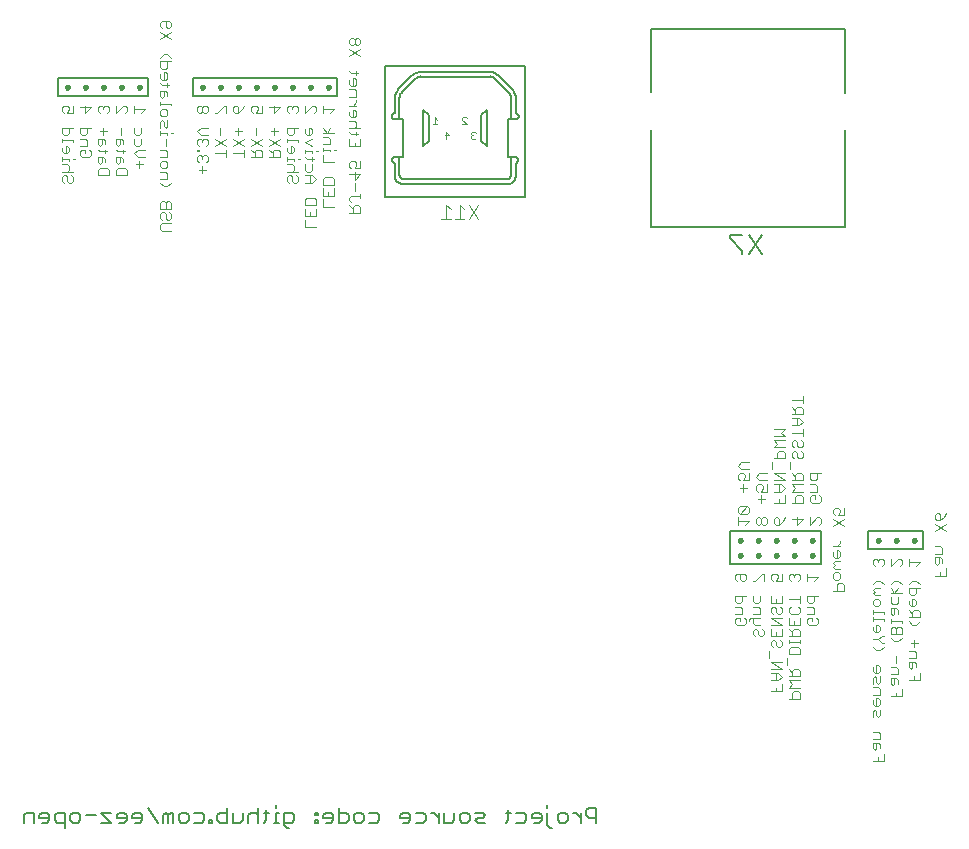
<source format=gbo>
G75*
G70*
%OFA0B0*%
%FSLAX24Y24*%
%IPPOS*%
%LPD*%
%AMOC8*
5,1,8,0,0,1.08239X$1,22.5*
%
%ADD10C,0.0040*%
%ADD11C,0.0100*%
%ADD12C,0.0060*%
%ADD13C,0.0070*%
%ADD14C,0.0080*%
%ADD15C,0.0020*%
D10*
X063313Y012088D02*
X063313Y012209D01*
X063373Y012269D01*
X063493Y012269D01*
X063493Y012149D01*
X063613Y012269D02*
X063673Y012209D01*
X063673Y012088D01*
X063613Y012028D01*
X063373Y012028D01*
X063313Y012088D01*
X063313Y012397D02*
X063553Y012397D01*
X063553Y012577D01*
X063493Y012637D01*
X063313Y012637D01*
X063373Y012765D02*
X063493Y012765D01*
X063553Y012825D01*
X063553Y013005D01*
X063673Y013005D02*
X063313Y013005D01*
X063313Y012825D01*
X063373Y012765D01*
X063913Y012825D02*
X063913Y013005D01*
X063913Y012825D02*
X063973Y012765D01*
X064093Y012765D01*
X064153Y012825D01*
X064153Y013005D01*
X064513Y013005D02*
X064513Y012765D01*
X064873Y012765D01*
X064873Y013005D01*
X064693Y012885D02*
X064693Y012765D01*
X064633Y012637D02*
X064573Y012637D01*
X064513Y012577D01*
X064513Y012457D01*
X064573Y012397D01*
X064693Y012457D02*
X064753Y012397D01*
X064813Y012397D01*
X064873Y012457D01*
X064873Y012577D01*
X064813Y012637D01*
X064693Y012577D02*
X064633Y012637D01*
X064693Y012577D02*
X064693Y012457D01*
X064513Y012269D02*
X064873Y012269D01*
X065113Y012269D02*
X065113Y012028D01*
X065473Y012028D01*
X065473Y012269D01*
X065413Y012397D02*
X065173Y012397D01*
X065113Y012457D01*
X065113Y012577D01*
X065173Y012637D01*
X065413Y012637D02*
X065473Y012577D01*
X065473Y012457D01*
X065413Y012397D01*
X065293Y012149D02*
X065293Y012028D01*
X065293Y011900D02*
X065233Y011840D01*
X065233Y011660D01*
X065113Y011660D02*
X065473Y011660D01*
X065473Y011840D01*
X065413Y011900D01*
X065293Y011900D01*
X065233Y011780D02*
X065113Y011900D01*
X064873Y011900D02*
X064873Y011660D01*
X064513Y011660D01*
X064513Y011900D01*
X064513Y012028D02*
X064873Y012028D01*
X064513Y012269D01*
X064153Y012269D02*
X063853Y012269D01*
X063793Y012209D01*
X063793Y012149D01*
X063913Y012088D02*
X063913Y012269D01*
X063913Y012397D02*
X064153Y012397D01*
X064153Y012577D01*
X064093Y012637D01*
X063913Y012637D01*
X063913Y012088D02*
X063973Y012028D01*
X064153Y012028D01*
X064213Y011900D02*
X064273Y011840D01*
X064273Y011720D01*
X064213Y011660D01*
X064153Y011660D01*
X064093Y011720D01*
X064093Y011840D01*
X064033Y011900D01*
X063973Y011900D01*
X063913Y011840D01*
X063913Y011720D01*
X063973Y011660D01*
X064513Y011472D02*
X064513Y011352D01*
X064573Y011292D01*
X064693Y011352D02*
X064693Y011472D01*
X064633Y011532D01*
X064573Y011532D01*
X064513Y011472D01*
X064693Y011352D02*
X064753Y011292D01*
X064813Y011292D01*
X064873Y011352D01*
X064873Y011472D01*
X064813Y011532D01*
X064693Y011660D02*
X064693Y011780D01*
X065113Y011535D02*
X065113Y011415D01*
X065113Y011475D02*
X065473Y011475D01*
X065473Y011415D02*
X065473Y011535D01*
X065413Y011286D02*
X065473Y011226D01*
X065473Y011046D01*
X065113Y011046D01*
X065113Y011226D01*
X065173Y011286D01*
X065413Y011286D01*
X065053Y010918D02*
X065053Y010678D01*
X065113Y010550D02*
X065233Y010430D01*
X065233Y010490D02*
X065233Y010310D01*
X065113Y010310D02*
X065473Y010310D01*
X065473Y010490D01*
X065413Y010550D01*
X065293Y010550D01*
X065233Y010490D01*
X065113Y010182D02*
X065473Y010182D01*
X065473Y009941D02*
X065113Y009941D01*
X065233Y010061D01*
X065113Y010182D01*
X064873Y010059D02*
X064873Y009819D01*
X064513Y009819D01*
X064693Y009819D02*
X064693Y009939D01*
X064693Y010187D02*
X064693Y010427D01*
X064753Y010427D02*
X064513Y010427D01*
X064513Y010555D02*
X064873Y010555D01*
X064513Y010795D01*
X064873Y010795D01*
X064753Y010427D02*
X064873Y010307D01*
X064753Y010187D01*
X064513Y010187D01*
X065233Y009753D02*
X065233Y009573D01*
X065113Y009573D02*
X065473Y009573D01*
X065473Y009753D01*
X065413Y009813D01*
X065293Y009813D01*
X065233Y009753D01*
X067913Y009705D02*
X068153Y009705D01*
X068153Y009885D01*
X068093Y009945D01*
X067913Y009945D01*
X067913Y010073D02*
X067913Y010253D01*
X067973Y010313D01*
X068033Y010253D01*
X068033Y010133D01*
X068093Y010073D01*
X068153Y010133D01*
X068153Y010313D01*
X068093Y010441D02*
X067973Y010441D01*
X067913Y010501D01*
X067913Y010621D01*
X068033Y010682D02*
X068033Y010441D01*
X068093Y010441D02*
X068153Y010501D01*
X068153Y010621D01*
X068093Y010682D01*
X068033Y010682D01*
X068513Y010620D02*
X068693Y010620D01*
X068753Y010560D01*
X068753Y010380D01*
X068513Y010380D01*
X068513Y010252D02*
X068513Y010072D01*
X068573Y010012D01*
X068633Y010072D01*
X068633Y010252D01*
X068693Y010252D02*
X068513Y010252D01*
X068693Y010252D02*
X068753Y010192D01*
X068753Y010072D01*
X068873Y009883D02*
X068873Y009643D01*
X068513Y009643D01*
X068693Y009643D02*
X068693Y009763D01*
X068153Y009517D02*
X068093Y009577D01*
X068033Y009577D01*
X068033Y009336D01*
X067973Y009336D02*
X068093Y009336D01*
X068153Y009396D01*
X068153Y009517D01*
X067913Y009517D02*
X067913Y009396D01*
X067973Y009336D01*
X067973Y009208D02*
X068033Y009148D01*
X068033Y009028D01*
X068093Y008968D01*
X068153Y009028D01*
X068153Y009208D01*
X067973Y009208D02*
X067913Y009148D01*
X067913Y008968D01*
X067913Y008472D02*
X068093Y008472D01*
X068153Y008412D01*
X068153Y008231D01*
X067913Y008231D01*
X067913Y008103D02*
X067913Y007923D01*
X067973Y007863D01*
X068033Y007923D01*
X068033Y008103D01*
X068093Y008103D02*
X067913Y008103D01*
X068093Y008103D02*
X068153Y008043D01*
X068153Y007923D01*
X068273Y007735D02*
X068273Y007495D01*
X067913Y007495D01*
X068093Y007495D02*
X068093Y007615D01*
X069113Y010196D02*
X069473Y010196D01*
X069473Y010436D01*
X069293Y010316D02*
X069293Y010196D01*
X069173Y010564D02*
X069233Y010624D01*
X069233Y010804D01*
X069293Y010804D02*
X069113Y010804D01*
X069113Y010624D01*
X069173Y010564D01*
X069353Y010624D02*
X069353Y010744D01*
X069293Y010804D01*
X069353Y010932D02*
X069353Y011113D01*
X069293Y011173D01*
X069113Y011173D01*
X069293Y011301D02*
X069293Y011541D01*
X069413Y011421D02*
X069173Y011421D01*
X068873Y011605D02*
X068753Y011485D01*
X068633Y011485D01*
X068513Y011605D01*
X068513Y011730D02*
X068513Y011911D01*
X068573Y011971D01*
X068633Y011971D01*
X068693Y011911D01*
X068693Y011730D01*
X068513Y011730D02*
X068873Y011730D01*
X068873Y011911D01*
X068813Y011971D01*
X068753Y011971D01*
X068693Y011911D01*
X068513Y012099D02*
X068513Y012219D01*
X068513Y012159D02*
X068873Y012159D01*
X068873Y012099D01*
X069113Y012157D02*
X069233Y012037D01*
X069353Y012037D01*
X069473Y012157D01*
X069473Y012283D02*
X069473Y012463D01*
X069413Y012523D01*
X069293Y012523D01*
X069233Y012463D01*
X069233Y012283D01*
X069113Y012283D02*
X069473Y012283D01*
X069233Y012403D02*
X069113Y012523D01*
X069173Y012651D02*
X069293Y012651D01*
X069353Y012711D01*
X069353Y012831D01*
X069293Y012891D01*
X069233Y012891D01*
X069233Y012651D01*
X069173Y012651D02*
X069113Y012711D01*
X069113Y012831D01*
X069173Y013020D02*
X069293Y013020D01*
X069353Y013080D01*
X069353Y013260D01*
X069473Y013260D02*
X069113Y013260D01*
X069113Y013080D01*
X069173Y013020D01*
X068873Y013081D02*
X068513Y013081D01*
X068633Y013081D02*
X068753Y013261D01*
X068873Y013388D02*
X068753Y013508D01*
X068633Y013508D01*
X068513Y013388D01*
X068513Y013261D02*
X068633Y013081D01*
X068513Y012953D02*
X068513Y012773D01*
X068573Y012713D01*
X068693Y012713D01*
X068753Y012773D01*
X068753Y012953D01*
X068693Y012584D02*
X068513Y012584D01*
X068513Y012404D01*
X068573Y012344D01*
X068633Y012404D01*
X068633Y012584D01*
X068693Y012584D02*
X068753Y012524D01*
X068753Y012404D01*
X068273Y012406D02*
X068273Y012466D01*
X067913Y012466D01*
X067913Y012406D02*
X067913Y012526D01*
X067973Y012651D02*
X067913Y012711D01*
X067913Y012831D01*
X067973Y012891D01*
X068093Y012891D01*
X068153Y012831D01*
X068153Y012711D01*
X068093Y012651D01*
X067973Y012651D01*
X067973Y013020D02*
X067913Y013080D01*
X067973Y013140D01*
X067913Y013200D01*
X067973Y013260D01*
X068153Y013260D01*
X068273Y013388D02*
X068153Y013508D01*
X068033Y013508D01*
X067913Y013388D01*
X067973Y013020D02*
X068153Y013020D01*
X069113Y013388D02*
X069233Y013508D01*
X069353Y013508D01*
X069473Y013388D01*
X069988Y013670D02*
X070348Y013670D01*
X070348Y013910D01*
X070168Y013790D02*
X070168Y013670D01*
X070048Y014038D02*
X070108Y014098D01*
X070108Y014279D01*
X070168Y014279D02*
X069988Y014279D01*
X069988Y014098D01*
X070048Y014038D01*
X070228Y014098D02*
X070228Y014218D01*
X070168Y014279D01*
X070228Y014407D02*
X070228Y014587D01*
X070168Y014647D01*
X069988Y014647D01*
X069988Y014407D02*
X070228Y014407D01*
X069473Y014122D02*
X069113Y014122D01*
X069113Y014002D02*
X069113Y014242D01*
X068873Y014182D02*
X068873Y014062D01*
X068813Y014002D01*
X068873Y014182D02*
X068813Y014242D01*
X068753Y014242D01*
X068513Y014002D01*
X068513Y014242D01*
X068273Y014182D02*
X068213Y014242D01*
X068153Y014242D01*
X068093Y014182D01*
X068033Y014242D01*
X067973Y014242D01*
X067913Y014182D01*
X067913Y014062D01*
X067973Y014002D01*
X068093Y014122D02*
X068093Y014182D01*
X068273Y014182D02*
X068273Y014062D01*
X068213Y014002D01*
X069353Y014002D02*
X069473Y014122D01*
X069988Y015143D02*
X070348Y015383D01*
X070168Y015512D02*
X070168Y015692D01*
X070108Y015752D01*
X070048Y015752D01*
X069988Y015692D01*
X069988Y015572D01*
X070048Y015512D01*
X070168Y015512D01*
X070288Y015632D01*
X070348Y015752D01*
X069988Y015383D02*
X070348Y015143D01*
X066948Y015319D02*
X066588Y015559D01*
X066648Y015687D02*
X066588Y015747D01*
X066588Y015867D01*
X066648Y015927D01*
X066768Y015927D01*
X066828Y015867D01*
X066828Y015807D01*
X066768Y015687D01*
X066948Y015687D01*
X066948Y015927D01*
X066948Y015559D02*
X066588Y015319D01*
X066173Y015430D02*
X066113Y015370D01*
X066173Y015430D02*
X066173Y015550D01*
X066113Y015610D01*
X066053Y015610D01*
X065813Y015370D01*
X065813Y015610D01*
X065573Y015550D02*
X065393Y015370D01*
X065393Y015610D01*
X065213Y015550D02*
X065573Y015550D01*
X065573Y016107D02*
X065573Y016287D01*
X065513Y016347D01*
X065393Y016347D01*
X065333Y016287D01*
X065333Y016107D01*
X065213Y016107D02*
X065573Y016107D01*
X065813Y016167D02*
X065813Y016287D01*
X065873Y016347D01*
X065993Y016347D01*
X065993Y016227D01*
X065873Y016107D02*
X065813Y016167D01*
X065873Y016107D02*
X066113Y016107D01*
X066173Y016167D01*
X066173Y016287D01*
X066113Y016347D01*
X066053Y016475D02*
X066053Y016655D01*
X065993Y016715D01*
X065813Y016715D01*
X065873Y016843D02*
X065993Y016843D01*
X066053Y016903D01*
X066053Y017083D01*
X066173Y017083D02*
X065813Y017083D01*
X065813Y016903D01*
X065873Y016843D01*
X065573Y016843D02*
X065573Y017023D01*
X065513Y017083D01*
X065393Y017083D01*
X065333Y017023D01*
X065333Y016843D01*
X065213Y016843D02*
X065573Y016843D01*
X065573Y016715D02*
X065213Y016715D01*
X065333Y016595D01*
X065213Y016475D01*
X065573Y016475D01*
X065813Y016475D02*
X066053Y016475D01*
X065333Y016963D02*
X065213Y017083D01*
X065153Y017212D02*
X065153Y017452D01*
X065273Y017580D02*
X065213Y017640D01*
X065213Y017760D01*
X065273Y017820D01*
X065333Y017820D01*
X065393Y017760D01*
X065393Y017640D01*
X065453Y017580D01*
X065513Y017580D01*
X065573Y017640D01*
X065573Y017760D01*
X065513Y017820D01*
X065513Y017948D02*
X065453Y017948D01*
X065393Y018008D01*
X065393Y018128D01*
X065333Y018188D01*
X065273Y018188D01*
X065213Y018128D01*
X065213Y018008D01*
X065273Y017948D01*
X065513Y017948D02*
X065573Y018008D01*
X065573Y018128D01*
X065513Y018188D01*
X065573Y018317D02*
X065573Y018557D01*
X065573Y018437D02*
X065213Y018437D01*
X065213Y018685D02*
X065453Y018685D01*
X065573Y018805D01*
X065453Y018925D01*
X065213Y018925D01*
X065213Y019053D02*
X065573Y019053D01*
X065573Y019233D01*
X065513Y019293D01*
X065393Y019293D01*
X065333Y019233D01*
X065333Y019053D01*
X065333Y019173D02*
X065213Y019293D01*
X065213Y019542D02*
X065573Y019542D01*
X065573Y019662D02*
X065573Y019421D01*
X065393Y018925D02*
X065393Y018685D01*
X064973Y018557D02*
X064613Y018557D01*
X064613Y018317D02*
X064973Y018317D01*
X064853Y018437D01*
X064973Y018557D01*
X064973Y018188D02*
X064613Y018188D01*
X064733Y018068D01*
X064613Y017948D01*
X064973Y017948D01*
X064913Y017820D02*
X064793Y017820D01*
X064733Y017760D01*
X064733Y017580D01*
X064613Y017580D02*
X064973Y017580D01*
X064973Y017760D01*
X064913Y017820D01*
X064553Y017452D02*
X064553Y017212D01*
X064613Y017083D02*
X064973Y017083D01*
X064973Y016843D02*
X064613Y017083D01*
X064373Y017083D02*
X064133Y017083D01*
X064013Y016963D01*
X064133Y016843D01*
X064373Y016843D01*
X064373Y016715D02*
X064373Y016475D01*
X064193Y016475D01*
X064253Y016595D01*
X064253Y016655D01*
X064193Y016715D01*
X064073Y016715D01*
X064013Y016655D01*
X064013Y016535D01*
X064073Y016475D01*
X064193Y016347D02*
X064193Y016107D01*
X064313Y016227D02*
X064073Y016227D01*
X063773Y015918D02*
X063713Y015979D01*
X063473Y015738D01*
X063413Y015798D01*
X063413Y015918D01*
X063473Y015979D01*
X063713Y015979D01*
X063773Y015918D02*
X063773Y015798D01*
X063713Y015738D01*
X063473Y015738D01*
X063413Y015610D02*
X063413Y015370D01*
X063413Y015490D02*
X063773Y015490D01*
X063653Y015370D01*
X064013Y015430D02*
X064073Y015370D01*
X064133Y015370D01*
X064193Y015430D01*
X064193Y015550D01*
X064133Y015610D01*
X064073Y015610D01*
X064013Y015550D01*
X064013Y015430D01*
X064193Y015430D02*
X064253Y015370D01*
X064313Y015370D01*
X064373Y015430D01*
X064373Y015550D01*
X064313Y015610D01*
X064253Y015610D01*
X064193Y015550D01*
X064613Y015550D02*
X064673Y015610D01*
X064733Y015610D01*
X064793Y015550D01*
X064793Y015370D01*
X064673Y015370D01*
X064613Y015430D01*
X064613Y015550D01*
X064793Y015370D02*
X064913Y015490D01*
X064973Y015610D01*
X064973Y016107D02*
X064973Y016347D01*
X064853Y016475D02*
X064973Y016595D01*
X064853Y016715D01*
X064613Y016715D01*
X064613Y016843D02*
X064973Y016843D01*
X064793Y016715D02*
X064793Y016475D01*
X064853Y016475D02*
X064613Y016475D01*
X064793Y016227D02*
X064793Y016107D01*
X064613Y016107D02*
X064973Y016107D01*
X063593Y016475D02*
X063593Y016715D01*
X063593Y016843D02*
X063653Y016963D01*
X063653Y017023D01*
X063593Y017083D01*
X063473Y017083D01*
X063413Y017023D01*
X063413Y016903D01*
X063473Y016843D01*
X063593Y016843D02*
X063773Y016843D01*
X063773Y017083D01*
X063773Y017212D02*
X063533Y017212D01*
X063413Y017332D01*
X063533Y017452D01*
X063773Y017452D01*
X063713Y016595D02*
X063473Y016595D01*
X066588Y014643D02*
X066828Y014643D01*
X066708Y014643D02*
X066828Y014763D01*
X066828Y014823D01*
X066768Y014515D02*
X066708Y014515D01*
X066708Y014275D01*
X066648Y014275D02*
X066768Y014275D01*
X066828Y014335D01*
X066828Y014455D01*
X066768Y014515D01*
X066588Y014455D02*
X066588Y014335D01*
X066648Y014275D01*
X066648Y014147D02*
X066828Y014147D01*
X066648Y014147D02*
X066588Y014087D01*
X066648Y014027D01*
X066588Y013967D01*
X066648Y013907D01*
X066828Y013907D01*
X066768Y013779D02*
X066828Y013718D01*
X066828Y013598D01*
X066768Y013538D01*
X066648Y013538D01*
X066588Y013598D01*
X066588Y013718D01*
X066648Y013779D01*
X066768Y013779D01*
X066768Y013410D02*
X066708Y013350D01*
X066708Y013170D01*
X066588Y013170D02*
X066948Y013170D01*
X066948Y013350D01*
X066888Y013410D01*
X066768Y013410D01*
X066073Y013622D02*
X065713Y013622D01*
X065713Y013502D02*
X065713Y013742D01*
X065473Y013682D02*
X065473Y013562D01*
X065413Y013502D01*
X065293Y013622D02*
X065293Y013682D01*
X065233Y013742D01*
X065173Y013742D01*
X065113Y013682D01*
X065113Y013562D01*
X065173Y013502D01*
X065293Y013682D02*
X065353Y013742D01*
X065413Y013742D01*
X065473Y013682D01*
X065953Y013502D02*
X066073Y013622D01*
X066073Y013005D02*
X065713Y013005D01*
X065713Y012825D01*
X065773Y012765D01*
X065893Y012765D01*
X065953Y012825D01*
X065953Y013005D01*
X065893Y012637D02*
X065713Y012637D01*
X065893Y012637D02*
X065953Y012577D01*
X065953Y012397D01*
X065713Y012397D01*
X065773Y012269D02*
X065893Y012269D01*
X065893Y012149D01*
X065773Y012269D02*
X065713Y012209D01*
X065713Y012088D01*
X065773Y012028D01*
X066013Y012028D01*
X066073Y012088D01*
X066073Y012209D01*
X066013Y012269D01*
X065473Y012765D02*
X065473Y013005D01*
X065473Y012885D02*
X065113Y012885D01*
X064873Y013502D02*
X064693Y013502D01*
X064753Y013622D01*
X064753Y013682D01*
X064693Y013742D01*
X064573Y013742D01*
X064513Y013682D01*
X064513Y013562D01*
X064573Y013502D01*
X064273Y013502D02*
X064273Y013742D01*
X064213Y013742D01*
X063973Y013502D01*
X063913Y013502D01*
X063673Y013562D02*
X063613Y013502D01*
X063553Y013502D01*
X063493Y013562D01*
X063493Y013742D01*
X063373Y013742D02*
X063613Y013742D01*
X063673Y013682D01*
X063673Y013562D01*
X063373Y013502D02*
X063313Y013562D01*
X063313Y013682D01*
X063373Y013742D01*
X064873Y013742D02*
X064873Y013502D01*
X067913Y012280D02*
X067913Y012160D01*
X067913Y012220D02*
X068273Y012220D01*
X068273Y012160D01*
X068093Y012032D02*
X068033Y012032D01*
X068033Y011792D01*
X067973Y011792D02*
X068093Y011792D01*
X068153Y011852D01*
X068153Y011972D01*
X068093Y012032D01*
X067913Y011972D02*
X067913Y011852D01*
X067973Y011792D01*
X067913Y011544D02*
X068093Y011544D01*
X068213Y011664D01*
X068273Y011664D01*
X068093Y011544D02*
X068213Y011423D01*
X068273Y011423D01*
X068273Y011298D02*
X068153Y011178D01*
X068033Y011178D01*
X067913Y011298D01*
X068693Y010988D02*
X068693Y010748D01*
X069113Y010932D02*
X069353Y010932D01*
X064453Y010923D02*
X064453Y011164D01*
X044523Y025170D02*
X044223Y025170D01*
X044163Y025230D01*
X044163Y025350D01*
X044223Y025410D01*
X044523Y025410D01*
X044463Y025538D02*
X044403Y025538D01*
X044343Y025598D01*
X044343Y025718D01*
X044283Y025779D01*
X044223Y025779D01*
X044163Y025718D01*
X044163Y025598D01*
X044223Y025538D01*
X044463Y025538D02*
X044523Y025598D01*
X044523Y025718D01*
X044463Y025779D01*
X044523Y025907D02*
X044523Y026087D01*
X044463Y026147D01*
X044403Y026147D01*
X044343Y026087D01*
X044343Y025907D01*
X044343Y026087D02*
X044283Y026147D01*
X044223Y026147D01*
X044163Y026087D01*
X044163Y025907D01*
X044523Y025907D01*
X044403Y026643D02*
X044523Y026763D01*
X044403Y026643D02*
X044283Y026643D01*
X044163Y026763D01*
X044163Y026889D02*
X044403Y026889D01*
X044403Y027069D01*
X044343Y027129D01*
X044163Y027129D01*
X044223Y027257D02*
X044163Y027317D01*
X044163Y027437D01*
X044223Y027497D01*
X044343Y027497D01*
X044403Y027437D01*
X044403Y027317D01*
X044343Y027257D01*
X044223Y027257D01*
X044163Y027625D02*
X044403Y027625D01*
X044403Y027806D01*
X044343Y027866D01*
X044163Y027866D01*
X044343Y027994D02*
X044343Y028234D01*
X044403Y028362D02*
X044403Y028422D01*
X044163Y028422D01*
X044163Y028362D02*
X044163Y028482D01*
X044163Y028608D02*
X044163Y028788D01*
X044223Y028848D01*
X044283Y028788D01*
X044283Y028668D01*
X044343Y028608D01*
X044403Y028668D01*
X044403Y028848D01*
X044343Y028976D02*
X044223Y028976D01*
X044163Y029036D01*
X044163Y029156D01*
X044223Y029216D01*
X044343Y029216D01*
X044403Y029156D01*
X044403Y029036D01*
X044343Y028976D01*
X044163Y029344D02*
X044163Y029464D01*
X044163Y029404D02*
X044523Y029404D01*
X044523Y029344D01*
X044403Y029650D02*
X044403Y029770D01*
X044343Y029830D01*
X044163Y029830D01*
X044163Y029650D01*
X044223Y029590D01*
X044283Y029650D01*
X044283Y029830D01*
X044403Y029958D02*
X044403Y030078D01*
X044463Y030018D02*
X044223Y030018D01*
X044163Y030078D01*
X044223Y030204D02*
X044163Y030264D01*
X044163Y030384D01*
X044283Y030444D02*
X044283Y030204D01*
X044223Y030204D02*
X044343Y030204D01*
X044403Y030264D01*
X044403Y030384D01*
X044343Y030444D01*
X044283Y030444D01*
X044223Y030572D02*
X044343Y030572D01*
X044403Y030632D01*
X044403Y030812D01*
X044523Y030812D02*
X044163Y030812D01*
X044163Y030632D01*
X044223Y030572D01*
X044163Y030940D02*
X044283Y031060D01*
X044403Y031060D01*
X044523Y030940D01*
X044523Y031554D02*
X044163Y031794D01*
X044223Y031922D02*
X044163Y031982D01*
X044163Y032103D01*
X044223Y032163D01*
X044463Y032163D01*
X044523Y032103D01*
X044523Y031982D01*
X044463Y031922D01*
X044403Y031922D01*
X044343Y031982D01*
X044343Y032163D01*
X044523Y031794D02*
X044163Y031554D01*
X043288Y029342D02*
X043288Y029102D01*
X043288Y029222D02*
X043648Y029222D01*
X043528Y029102D01*
X043048Y029162D02*
X042988Y029102D01*
X043048Y029162D02*
X043048Y029282D01*
X042988Y029342D01*
X042928Y029342D01*
X042688Y029102D01*
X042688Y029342D01*
X042448Y029282D02*
X042388Y029342D01*
X042328Y029342D01*
X042268Y029282D01*
X042208Y029342D01*
X042148Y029342D01*
X042088Y029282D01*
X042088Y029162D01*
X042148Y029102D01*
X042268Y029222D02*
X042268Y029282D01*
X042448Y029282D02*
X042448Y029162D01*
X042388Y029102D01*
X042268Y028605D02*
X042268Y028365D01*
X042268Y028237D02*
X042088Y028237D01*
X042088Y028057D01*
X042148Y027997D01*
X042208Y028057D01*
X042208Y028237D01*
X042268Y028237D02*
X042328Y028177D01*
X042328Y028057D01*
X042328Y027871D02*
X042328Y027751D01*
X042388Y027811D02*
X042148Y027811D01*
X042088Y027871D01*
X041848Y027809D02*
X041848Y027688D01*
X041788Y027628D01*
X041548Y027628D01*
X041488Y027688D01*
X041488Y027809D01*
X041548Y027869D01*
X041668Y027869D01*
X041668Y027749D01*
X041788Y027869D02*
X041848Y027809D01*
X041728Y027997D02*
X041728Y028177D01*
X041668Y028237D01*
X041488Y028237D01*
X041548Y028365D02*
X041668Y028365D01*
X041728Y028425D01*
X041728Y028605D01*
X041848Y028605D02*
X041488Y028605D01*
X041488Y028425D01*
X041548Y028365D01*
X041248Y028180D02*
X040888Y028180D01*
X040888Y028120D02*
X040888Y028240D01*
X040948Y028365D02*
X041068Y028365D01*
X041128Y028425D01*
X041128Y028605D01*
X041248Y028605D02*
X040888Y028605D01*
X040888Y028425D01*
X040948Y028365D01*
X041248Y028180D02*
X041248Y028120D01*
X041068Y027991D02*
X041008Y027991D01*
X041008Y027751D01*
X040948Y027751D02*
X041068Y027751D01*
X041128Y027811D01*
X041128Y027931D01*
X041068Y027991D01*
X040888Y027931D02*
X040888Y027811D01*
X040948Y027751D01*
X040888Y027626D02*
X040888Y027506D01*
X040888Y027566D02*
X041128Y027566D01*
X041128Y027506D01*
X041248Y027566D02*
X041309Y027566D01*
X041068Y027378D02*
X040888Y027378D01*
X041068Y027378D02*
X041128Y027317D01*
X041128Y027197D01*
X041068Y027137D01*
X041008Y027009D02*
X040948Y027009D01*
X040888Y026949D01*
X040888Y026829D01*
X040948Y026769D01*
X041068Y026829D02*
X041068Y026949D01*
X041008Y027009D01*
X040888Y027137D02*
X041248Y027137D01*
X041188Y027009D02*
X041248Y026949D01*
X041248Y026829D01*
X041188Y026769D01*
X041128Y026769D01*
X041068Y026829D01*
X042088Y027015D02*
X042088Y027195D01*
X042148Y027255D01*
X042388Y027255D01*
X042448Y027195D01*
X042448Y027015D01*
X042088Y027015D01*
X042148Y027383D02*
X042208Y027443D01*
X042208Y027623D01*
X042268Y027623D02*
X042088Y027623D01*
X042088Y027443D01*
X042148Y027383D01*
X042328Y027443D02*
X042328Y027563D01*
X042268Y027623D01*
X042688Y027623D02*
X042688Y027443D01*
X042748Y027383D01*
X042808Y027443D01*
X042808Y027623D01*
X042868Y027623D02*
X042688Y027623D01*
X042868Y027623D02*
X042928Y027563D01*
X042928Y027443D01*
X042988Y027255D02*
X042748Y027255D01*
X042688Y027195D01*
X042688Y027015D01*
X043048Y027015D01*
X043048Y027195D01*
X042988Y027255D01*
X043348Y027380D02*
X043588Y027380D01*
X043468Y027260D02*
X043468Y027500D01*
X043408Y027628D02*
X043288Y027749D01*
X043408Y027869D01*
X043648Y027869D01*
X043468Y027997D02*
X043348Y027997D01*
X043288Y028057D01*
X043288Y028237D01*
X043348Y028365D02*
X043288Y028425D01*
X043288Y028605D01*
X043528Y028605D02*
X043528Y028425D01*
X043468Y028365D01*
X043348Y028365D01*
X043528Y028237D02*
X043528Y028057D01*
X043468Y027997D01*
X043408Y027628D02*
X043648Y027628D01*
X042988Y027811D02*
X042748Y027811D01*
X042688Y027871D01*
X042748Y027997D02*
X042808Y028057D01*
X042808Y028237D01*
X042868Y028237D02*
X042688Y028237D01*
X042688Y028057D01*
X042748Y027997D01*
X042928Y028057D02*
X042928Y028177D01*
X042868Y028237D01*
X042868Y028365D02*
X042868Y028605D01*
X042388Y028485D02*
X042148Y028485D01*
X041728Y027997D02*
X041488Y027997D01*
X042928Y027871D02*
X042928Y027751D01*
X044523Y028422D02*
X044584Y028422D01*
X045388Y028485D02*
X045508Y028605D01*
X045748Y028605D01*
X045748Y028365D02*
X045508Y028365D01*
X045388Y028485D01*
X045448Y028237D02*
X045388Y028177D01*
X045388Y028057D01*
X045448Y027997D01*
X045448Y027873D02*
X045388Y027873D01*
X045388Y027813D01*
X045448Y027813D01*
X045448Y027873D01*
X045448Y027684D02*
X045388Y027624D01*
X045388Y027504D01*
X045448Y027444D01*
X045568Y027564D02*
X045568Y027624D01*
X045508Y027684D01*
X045448Y027684D01*
X045568Y027624D02*
X045628Y027684D01*
X045688Y027684D01*
X045748Y027624D01*
X045748Y027504D01*
X045688Y027444D01*
X045568Y027316D02*
X045568Y027076D01*
X045688Y027196D02*
X045448Y027196D01*
X046348Y027628D02*
X046348Y027869D01*
X046348Y027749D02*
X045988Y027749D01*
X045988Y027997D02*
X046348Y028237D01*
X046168Y028365D02*
X046168Y028605D01*
X045988Y028237D02*
X046348Y027997D01*
X046588Y027997D02*
X046948Y028237D01*
X046768Y028365D02*
X046768Y028605D01*
X046888Y028485D02*
X046648Y028485D01*
X046588Y028237D02*
X046948Y027997D01*
X046948Y027869D02*
X046948Y027628D01*
X046948Y027749D02*
X046588Y027749D01*
X047188Y027869D02*
X047308Y027749D01*
X047308Y027809D02*
X047308Y027628D01*
X047188Y027628D02*
X047548Y027628D01*
X047548Y027809D01*
X047488Y027869D01*
X047368Y027869D01*
X047308Y027809D01*
X047188Y027997D02*
X047548Y028237D01*
X047368Y028365D02*
X047368Y028605D01*
X047188Y028237D02*
X047548Y027997D01*
X047788Y027997D02*
X048148Y028237D01*
X047968Y028365D02*
X047968Y028605D01*
X048088Y028485D02*
X047848Y028485D01*
X047788Y028237D02*
X048148Y027997D01*
X048088Y027869D02*
X047968Y027869D01*
X047908Y027809D01*
X047908Y027628D01*
X047788Y027628D02*
X048148Y027628D01*
X048148Y027809D01*
X048088Y027869D01*
X047908Y027749D02*
X047788Y027869D01*
X048388Y027811D02*
X048448Y027751D01*
X048568Y027751D01*
X048628Y027811D01*
X048628Y027931D01*
X048568Y027991D01*
X048508Y027991D01*
X048508Y027751D01*
X048388Y027811D02*
X048388Y027931D01*
X048388Y028120D02*
X048388Y028240D01*
X048388Y028180D02*
X048748Y028180D01*
X048748Y028120D01*
X048988Y028117D02*
X049228Y028237D01*
X049168Y028365D02*
X049228Y028425D01*
X049228Y028545D01*
X049168Y028605D01*
X049108Y028605D01*
X049108Y028365D01*
X049048Y028365D02*
X049168Y028365D01*
X049048Y028365D02*
X048988Y028425D01*
X048988Y028545D01*
X048748Y028605D02*
X048388Y028605D01*
X048388Y028425D01*
X048448Y028365D01*
X048568Y028365D01*
X048628Y028425D01*
X048628Y028605D01*
X048688Y029102D02*
X048748Y029162D01*
X048748Y029282D01*
X048688Y029342D01*
X048628Y029342D01*
X048568Y029282D01*
X048508Y029342D01*
X048448Y029342D01*
X048388Y029282D01*
X048388Y029162D01*
X048448Y029102D01*
X048568Y029222D02*
X048568Y029282D01*
X048148Y029282D02*
X047968Y029102D01*
X047968Y029342D01*
X047788Y029282D02*
X048148Y029282D01*
X047548Y029342D02*
X047548Y029102D01*
X047368Y029102D01*
X047428Y029222D01*
X047428Y029282D01*
X047368Y029342D01*
X047248Y029342D01*
X047188Y029282D01*
X047188Y029162D01*
X047248Y029102D01*
X046888Y029222D02*
X046768Y029102D01*
X046768Y029282D01*
X046708Y029342D01*
X046648Y029342D01*
X046588Y029282D01*
X046588Y029162D01*
X046648Y029102D01*
X046768Y029102D01*
X046888Y029222D02*
X046948Y029342D01*
X046348Y029342D02*
X046288Y029342D01*
X046048Y029102D01*
X045988Y029102D01*
X045748Y029162D02*
X045748Y029282D01*
X045688Y029342D01*
X045628Y029342D01*
X045568Y029282D01*
X045568Y029162D01*
X045628Y029102D01*
X045688Y029102D01*
X045748Y029162D01*
X045568Y029162D02*
X045508Y029102D01*
X045448Y029102D01*
X045388Y029162D01*
X045388Y029282D01*
X045448Y029342D01*
X045508Y029342D01*
X045568Y029282D01*
X046348Y029342D02*
X046348Y029102D01*
X045688Y028237D02*
X045628Y028237D01*
X045568Y028177D01*
X045508Y028237D01*
X045448Y028237D01*
X045568Y028177D02*
X045568Y028117D01*
X045688Y028237D02*
X045748Y028177D01*
X045748Y028057D01*
X045688Y027997D01*
X048388Y027626D02*
X048388Y027506D01*
X048388Y027566D02*
X048628Y027566D01*
X048628Y027506D01*
X048748Y027566D02*
X048809Y027566D01*
X048988Y027626D02*
X049048Y027566D01*
X049288Y027566D01*
X049228Y027506D02*
X049228Y027626D01*
X049228Y027751D02*
X049228Y027811D01*
X048988Y027811D01*
X048988Y027751D02*
X048988Y027871D01*
X048988Y028117D02*
X049228Y027997D01*
X049348Y027811D02*
X049409Y027811D01*
X049588Y027813D02*
X049588Y027933D01*
X049588Y027873D02*
X049828Y027873D01*
X049828Y027813D01*
X049948Y027873D02*
X050009Y027873D01*
X049828Y028058D02*
X049828Y028238D01*
X049768Y028298D01*
X049588Y028298D01*
X049588Y028426D02*
X049948Y028426D01*
X049828Y028607D02*
X049708Y028426D01*
X049588Y028607D01*
X049588Y029102D02*
X049588Y029342D01*
X049588Y029222D02*
X049948Y029222D01*
X049828Y029102D01*
X049348Y029162D02*
X049288Y029102D01*
X049348Y029162D02*
X049348Y029282D01*
X049288Y029342D01*
X049228Y029342D01*
X048988Y029102D01*
X048988Y029342D01*
X050463Y029330D02*
X050703Y029330D01*
X050583Y029330D02*
X050703Y029450D01*
X050703Y029511D01*
X050703Y029637D02*
X050703Y029817D01*
X050643Y029878D01*
X050463Y029878D01*
X050523Y030006D02*
X050643Y030006D01*
X050703Y030066D01*
X050703Y030186D01*
X050643Y030246D01*
X050583Y030246D01*
X050583Y030006D01*
X050523Y030006D02*
X050463Y030066D01*
X050463Y030186D01*
X050523Y030434D02*
X050463Y030494D01*
X050523Y030434D02*
X050763Y030434D01*
X050703Y030374D02*
X050703Y030494D01*
X050823Y030988D02*
X050463Y031228D01*
X050523Y031356D02*
X050583Y031356D01*
X050643Y031416D01*
X050643Y031536D01*
X050583Y031596D01*
X050523Y031596D01*
X050463Y031536D01*
X050463Y031416D01*
X050523Y031356D01*
X050643Y031416D02*
X050703Y031356D01*
X050763Y031356D01*
X050823Y031416D01*
X050823Y031536D01*
X050763Y031596D01*
X050703Y031596D01*
X050643Y031536D01*
X050823Y031228D02*
X050463Y030988D01*
X050463Y029637D02*
X050703Y029637D01*
X050643Y029202D02*
X050583Y029202D01*
X050583Y028962D01*
X050523Y028962D02*
X050643Y028962D01*
X050703Y029022D01*
X050703Y029142D01*
X050643Y029202D01*
X050463Y029142D02*
X050463Y029022D01*
X050523Y028962D01*
X050463Y028834D02*
X050643Y028834D01*
X050703Y028774D01*
X050703Y028654D01*
X050643Y028594D01*
X050703Y028468D02*
X050703Y028348D01*
X050763Y028408D02*
X050523Y028408D01*
X050463Y028468D01*
X050463Y028594D02*
X050823Y028594D01*
X050823Y028220D02*
X050823Y027980D01*
X050463Y027980D01*
X050463Y028220D01*
X050643Y028100D02*
X050643Y027980D01*
X050643Y027483D02*
X050523Y027483D01*
X050463Y027423D01*
X050463Y027303D01*
X050523Y027243D01*
X050643Y027243D02*
X050703Y027363D01*
X050703Y027423D01*
X050643Y027483D01*
X050823Y027483D02*
X050823Y027243D01*
X050643Y027243D01*
X050643Y027115D02*
X050643Y026875D01*
X050823Y027055D01*
X050463Y027055D01*
X050643Y026747D02*
X050643Y026507D01*
X050823Y026379D02*
X050823Y026258D01*
X050823Y026318D02*
X050523Y026318D01*
X050463Y026258D01*
X050463Y026198D01*
X050523Y026138D01*
X050463Y026010D02*
X050583Y025890D01*
X050583Y025950D02*
X050583Y025770D01*
X050463Y025770D02*
X050823Y025770D01*
X050823Y025950D01*
X050763Y026010D01*
X050643Y026010D01*
X050583Y025950D01*
X049948Y025971D02*
X049588Y025971D01*
X049588Y026211D01*
X049588Y026339D02*
X049588Y026580D01*
X049588Y026708D02*
X049588Y026888D01*
X049648Y026948D01*
X049888Y026948D01*
X049948Y026888D01*
X049948Y026708D01*
X049588Y026708D01*
X049348Y026889D02*
X049228Y027009D01*
X048988Y027009D01*
X049048Y027137D02*
X048988Y027197D01*
X048988Y027378D01*
X049228Y027378D02*
X049228Y027197D01*
X049168Y027137D01*
X049048Y027137D01*
X049168Y027009D02*
X049168Y026769D01*
X049228Y026769D02*
X049348Y026889D01*
X049228Y026769D02*
X048988Y026769D01*
X048748Y026829D02*
X048748Y026949D01*
X048688Y027009D01*
X048568Y026949D02*
X048508Y027009D01*
X048448Y027009D01*
X048388Y026949D01*
X048388Y026829D01*
X048448Y026769D01*
X048568Y026829D02*
X048568Y026949D01*
X048568Y026829D02*
X048628Y026769D01*
X048688Y026769D01*
X048748Y026829D01*
X048748Y027137D02*
X048388Y027137D01*
X048568Y027137D02*
X048628Y027197D01*
X048628Y027317D01*
X048568Y027378D01*
X048388Y027378D01*
X049588Y027444D02*
X049588Y027684D01*
X049588Y027444D02*
X049948Y027444D01*
X049828Y028058D02*
X049588Y028058D01*
X049948Y026580D02*
X049948Y026339D01*
X049588Y026339D01*
X049768Y026339D02*
X049768Y026459D01*
X049348Y026213D02*
X049348Y026032D01*
X048988Y026032D01*
X048988Y026213D01*
X049048Y026273D01*
X049288Y026273D01*
X049348Y026213D01*
X049348Y025904D02*
X049348Y025664D01*
X048988Y025664D01*
X048988Y025904D01*
X049168Y025784D02*
X049168Y025664D01*
X048988Y025536D02*
X048988Y025296D01*
X049348Y025296D01*
X053534Y025570D02*
X053841Y025570D01*
X053688Y025570D02*
X053688Y026030D01*
X053841Y025877D01*
X054148Y026030D02*
X054148Y025570D01*
X053995Y025570D02*
X054302Y025570D01*
X054455Y025570D02*
X054762Y026030D01*
X054455Y026030D02*
X054762Y025570D01*
X054302Y025877D02*
X054148Y026030D01*
X041848Y029282D02*
X041668Y029102D01*
X041668Y029342D01*
X041488Y029282D02*
X041848Y029282D01*
X041248Y029342D02*
X041248Y029102D01*
X041068Y029102D01*
X041128Y029222D01*
X041128Y029282D01*
X041068Y029342D01*
X040948Y029342D01*
X040888Y029282D01*
X040888Y029162D01*
X040948Y029102D01*
D11*
X041018Y029950D02*
X041020Y029963D01*
X041025Y029976D01*
X041034Y029987D01*
X041045Y029994D01*
X041058Y029999D01*
X041071Y030000D01*
X041085Y029997D01*
X041097Y029991D01*
X041107Y029982D01*
X041114Y029970D01*
X041118Y029957D01*
X041118Y029943D01*
X041114Y029930D01*
X041107Y029918D01*
X041097Y029909D01*
X041085Y029903D01*
X041071Y029900D01*
X041058Y029901D01*
X041045Y029906D01*
X041034Y029913D01*
X041025Y029924D01*
X041020Y029937D01*
X041018Y029950D01*
X041618Y029950D02*
X041620Y029963D01*
X041625Y029976D01*
X041634Y029987D01*
X041645Y029994D01*
X041658Y029999D01*
X041671Y030000D01*
X041685Y029997D01*
X041697Y029991D01*
X041707Y029982D01*
X041714Y029970D01*
X041718Y029957D01*
X041718Y029943D01*
X041714Y029930D01*
X041707Y029918D01*
X041697Y029909D01*
X041685Y029903D01*
X041671Y029900D01*
X041658Y029901D01*
X041645Y029906D01*
X041634Y029913D01*
X041625Y029924D01*
X041620Y029937D01*
X041618Y029950D01*
X042218Y029950D02*
X042220Y029963D01*
X042225Y029976D01*
X042234Y029987D01*
X042245Y029994D01*
X042258Y029999D01*
X042271Y030000D01*
X042285Y029997D01*
X042297Y029991D01*
X042307Y029982D01*
X042314Y029970D01*
X042318Y029957D01*
X042318Y029943D01*
X042314Y029930D01*
X042307Y029918D01*
X042297Y029909D01*
X042285Y029903D01*
X042271Y029900D01*
X042258Y029901D01*
X042245Y029906D01*
X042234Y029913D01*
X042225Y029924D01*
X042220Y029937D01*
X042218Y029950D01*
X042818Y029950D02*
X042820Y029963D01*
X042825Y029976D01*
X042834Y029987D01*
X042845Y029994D01*
X042858Y029999D01*
X042871Y030000D01*
X042885Y029997D01*
X042897Y029991D01*
X042907Y029982D01*
X042914Y029970D01*
X042918Y029957D01*
X042918Y029943D01*
X042914Y029930D01*
X042907Y029918D01*
X042897Y029909D01*
X042885Y029903D01*
X042871Y029900D01*
X042858Y029901D01*
X042845Y029906D01*
X042834Y029913D01*
X042825Y029924D01*
X042820Y029937D01*
X042818Y029950D01*
X043418Y029950D02*
X043420Y029963D01*
X043425Y029976D01*
X043434Y029987D01*
X043445Y029994D01*
X043458Y029999D01*
X043471Y030000D01*
X043485Y029997D01*
X043497Y029991D01*
X043507Y029982D01*
X043514Y029970D01*
X043518Y029957D01*
X043518Y029943D01*
X043514Y029930D01*
X043507Y029918D01*
X043497Y029909D01*
X043485Y029903D01*
X043471Y029900D01*
X043458Y029901D01*
X043445Y029906D01*
X043434Y029913D01*
X043425Y029924D01*
X043420Y029937D01*
X043418Y029950D01*
X045518Y029950D02*
X045520Y029963D01*
X045525Y029976D01*
X045534Y029987D01*
X045545Y029994D01*
X045558Y029999D01*
X045571Y030000D01*
X045585Y029997D01*
X045597Y029991D01*
X045607Y029982D01*
X045614Y029970D01*
X045618Y029957D01*
X045618Y029943D01*
X045614Y029930D01*
X045607Y029918D01*
X045597Y029909D01*
X045585Y029903D01*
X045571Y029900D01*
X045558Y029901D01*
X045545Y029906D01*
X045534Y029913D01*
X045525Y029924D01*
X045520Y029937D01*
X045518Y029950D01*
X046118Y029950D02*
X046120Y029963D01*
X046125Y029976D01*
X046134Y029987D01*
X046145Y029994D01*
X046158Y029999D01*
X046171Y030000D01*
X046185Y029997D01*
X046197Y029991D01*
X046207Y029982D01*
X046214Y029970D01*
X046218Y029957D01*
X046218Y029943D01*
X046214Y029930D01*
X046207Y029918D01*
X046197Y029909D01*
X046185Y029903D01*
X046171Y029900D01*
X046158Y029901D01*
X046145Y029906D01*
X046134Y029913D01*
X046125Y029924D01*
X046120Y029937D01*
X046118Y029950D01*
X046718Y029950D02*
X046720Y029963D01*
X046725Y029976D01*
X046734Y029987D01*
X046745Y029994D01*
X046758Y029999D01*
X046771Y030000D01*
X046785Y029997D01*
X046797Y029991D01*
X046807Y029982D01*
X046814Y029970D01*
X046818Y029957D01*
X046818Y029943D01*
X046814Y029930D01*
X046807Y029918D01*
X046797Y029909D01*
X046785Y029903D01*
X046771Y029900D01*
X046758Y029901D01*
X046745Y029906D01*
X046734Y029913D01*
X046725Y029924D01*
X046720Y029937D01*
X046718Y029950D01*
X047318Y029950D02*
X047320Y029963D01*
X047325Y029976D01*
X047334Y029987D01*
X047345Y029994D01*
X047358Y029999D01*
X047371Y030000D01*
X047385Y029997D01*
X047397Y029991D01*
X047407Y029982D01*
X047414Y029970D01*
X047418Y029957D01*
X047418Y029943D01*
X047414Y029930D01*
X047407Y029918D01*
X047397Y029909D01*
X047385Y029903D01*
X047371Y029900D01*
X047358Y029901D01*
X047345Y029906D01*
X047334Y029913D01*
X047325Y029924D01*
X047320Y029937D01*
X047318Y029950D01*
X047918Y029950D02*
X047920Y029963D01*
X047925Y029976D01*
X047934Y029987D01*
X047945Y029994D01*
X047958Y029999D01*
X047971Y030000D01*
X047985Y029997D01*
X047997Y029991D01*
X048007Y029982D01*
X048014Y029970D01*
X048018Y029957D01*
X048018Y029943D01*
X048014Y029930D01*
X048007Y029918D01*
X047997Y029909D01*
X047985Y029903D01*
X047971Y029900D01*
X047958Y029901D01*
X047945Y029906D01*
X047934Y029913D01*
X047925Y029924D01*
X047920Y029937D01*
X047918Y029950D01*
X048518Y029950D02*
X048520Y029963D01*
X048525Y029976D01*
X048534Y029987D01*
X048545Y029994D01*
X048558Y029999D01*
X048571Y030000D01*
X048585Y029997D01*
X048597Y029991D01*
X048607Y029982D01*
X048614Y029970D01*
X048618Y029957D01*
X048618Y029943D01*
X048614Y029930D01*
X048607Y029918D01*
X048597Y029909D01*
X048585Y029903D01*
X048571Y029900D01*
X048558Y029901D01*
X048545Y029906D01*
X048534Y029913D01*
X048525Y029924D01*
X048520Y029937D01*
X048518Y029950D01*
X049118Y029950D02*
X049120Y029963D01*
X049125Y029976D01*
X049134Y029987D01*
X049145Y029994D01*
X049158Y029999D01*
X049171Y030000D01*
X049185Y029997D01*
X049197Y029991D01*
X049207Y029982D01*
X049214Y029970D01*
X049218Y029957D01*
X049218Y029943D01*
X049214Y029930D01*
X049207Y029918D01*
X049197Y029909D01*
X049185Y029903D01*
X049171Y029900D01*
X049158Y029901D01*
X049145Y029906D01*
X049134Y029913D01*
X049125Y029924D01*
X049120Y029937D01*
X049118Y029950D01*
X049718Y029950D02*
X049720Y029963D01*
X049725Y029976D01*
X049734Y029987D01*
X049745Y029994D01*
X049758Y029999D01*
X049771Y030000D01*
X049785Y029997D01*
X049797Y029991D01*
X049807Y029982D01*
X049814Y029970D01*
X049818Y029957D01*
X049818Y029943D01*
X049814Y029930D01*
X049807Y029918D01*
X049797Y029909D01*
X049785Y029903D01*
X049771Y029900D01*
X049758Y029901D01*
X049745Y029906D01*
X049734Y029913D01*
X049725Y029924D01*
X049720Y029937D01*
X049718Y029950D01*
X063443Y014850D02*
X063445Y014863D01*
X063450Y014876D01*
X063459Y014887D01*
X063470Y014894D01*
X063483Y014899D01*
X063496Y014900D01*
X063510Y014897D01*
X063522Y014891D01*
X063532Y014882D01*
X063539Y014870D01*
X063543Y014857D01*
X063543Y014843D01*
X063539Y014830D01*
X063532Y014818D01*
X063522Y014809D01*
X063510Y014803D01*
X063496Y014800D01*
X063483Y014801D01*
X063470Y014806D01*
X063459Y014813D01*
X063450Y014824D01*
X063445Y014837D01*
X063443Y014850D01*
X063443Y014350D02*
X063445Y014363D01*
X063450Y014376D01*
X063459Y014387D01*
X063470Y014394D01*
X063483Y014399D01*
X063496Y014400D01*
X063510Y014397D01*
X063522Y014391D01*
X063532Y014382D01*
X063539Y014370D01*
X063543Y014357D01*
X063543Y014343D01*
X063539Y014330D01*
X063532Y014318D01*
X063522Y014309D01*
X063510Y014303D01*
X063496Y014300D01*
X063483Y014301D01*
X063470Y014306D01*
X063459Y014313D01*
X063450Y014324D01*
X063445Y014337D01*
X063443Y014350D01*
X064043Y014350D02*
X064045Y014363D01*
X064050Y014376D01*
X064059Y014387D01*
X064070Y014394D01*
X064083Y014399D01*
X064096Y014400D01*
X064110Y014397D01*
X064122Y014391D01*
X064132Y014382D01*
X064139Y014370D01*
X064143Y014357D01*
X064143Y014343D01*
X064139Y014330D01*
X064132Y014318D01*
X064122Y014309D01*
X064110Y014303D01*
X064096Y014300D01*
X064083Y014301D01*
X064070Y014306D01*
X064059Y014313D01*
X064050Y014324D01*
X064045Y014337D01*
X064043Y014350D01*
X064043Y014850D02*
X064045Y014863D01*
X064050Y014876D01*
X064059Y014887D01*
X064070Y014894D01*
X064083Y014899D01*
X064096Y014900D01*
X064110Y014897D01*
X064122Y014891D01*
X064132Y014882D01*
X064139Y014870D01*
X064143Y014857D01*
X064143Y014843D01*
X064139Y014830D01*
X064132Y014818D01*
X064122Y014809D01*
X064110Y014803D01*
X064096Y014800D01*
X064083Y014801D01*
X064070Y014806D01*
X064059Y014813D01*
X064050Y014824D01*
X064045Y014837D01*
X064043Y014850D01*
X064643Y014850D02*
X064645Y014863D01*
X064650Y014876D01*
X064659Y014887D01*
X064670Y014894D01*
X064683Y014899D01*
X064696Y014900D01*
X064710Y014897D01*
X064722Y014891D01*
X064732Y014882D01*
X064739Y014870D01*
X064743Y014857D01*
X064743Y014843D01*
X064739Y014830D01*
X064732Y014818D01*
X064722Y014809D01*
X064710Y014803D01*
X064696Y014800D01*
X064683Y014801D01*
X064670Y014806D01*
X064659Y014813D01*
X064650Y014824D01*
X064645Y014837D01*
X064643Y014850D01*
X064643Y014350D02*
X064645Y014363D01*
X064650Y014376D01*
X064659Y014387D01*
X064670Y014394D01*
X064683Y014399D01*
X064696Y014400D01*
X064710Y014397D01*
X064722Y014391D01*
X064732Y014382D01*
X064739Y014370D01*
X064743Y014357D01*
X064743Y014343D01*
X064739Y014330D01*
X064732Y014318D01*
X064722Y014309D01*
X064710Y014303D01*
X064696Y014300D01*
X064683Y014301D01*
X064670Y014306D01*
X064659Y014313D01*
X064650Y014324D01*
X064645Y014337D01*
X064643Y014350D01*
X065243Y014350D02*
X065245Y014363D01*
X065250Y014376D01*
X065259Y014387D01*
X065270Y014394D01*
X065283Y014399D01*
X065296Y014400D01*
X065310Y014397D01*
X065322Y014391D01*
X065332Y014382D01*
X065339Y014370D01*
X065343Y014357D01*
X065343Y014343D01*
X065339Y014330D01*
X065332Y014318D01*
X065322Y014309D01*
X065310Y014303D01*
X065296Y014300D01*
X065283Y014301D01*
X065270Y014306D01*
X065259Y014313D01*
X065250Y014324D01*
X065245Y014337D01*
X065243Y014350D01*
X065243Y014850D02*
X065245Y014863D01*
X065250Y014876D01*
X065259Y014887D01*
X065270Y014894D01*
X065283Y014899D01*
X065296Y014900D01*
X065310Y014897D01*
X065322Y014891D01*
X065332Y014882D01*
X065339Y014870D01*
X065343Y014857D01*
X065343Y014843D01*
X065339Y014830D01*
X065332Y014818D01*
X065322Y014809D01*
X065310Y014803D01*
X065296Y014800D01*
X065283Y014801D01*
X065270Y014806D01*
X065259Y014813D01*
X065250Y014824D01*
X065245Y014837D01*
X065243Y014850D01*
X065843Y014850D02*
X065845Y014863D01*
X065850Y014876D01*
X065859Y014887D01*
X065870Y014894D01*
X065883Y014899D01*
X065896Y014900D01*
X065910Y014897D01*
X065922Y014891D01*
X065932Y014882D01*
X065939Y014870D01*
X065943Y014857D01*
X065943Y014843D01*
X065939Y014830D01*
X065932Y014818D01*
X065922Y014809D01*
X065910Y014803D01*
X065896Y014800D01*
X065883Y014801D01*
X065870Y014806D01*
X065859Y014813D01*
X065850Y014824D01*
X065845Y014837D01*
X065843Y014850D01*
X065843Y014350D02*
X065845Y014363D01*
X065850Y014376D01*
X065859Y014387D01*
X065870Y014394D01*
X065883Y014399D01*
X065896Y014400D01*
X065910Y014397D01*
X065922Y014391D01*
X065932Y014382D01*
X065939Y014370D01*
X065943Y014357D01*
X065943Y014343D01*
X065939Y014330D01*
X065932Y014318D01*
X065922Y014309D01*
X065910Y014303D01*
X065896Y014300D01*
X065883Y014301D01*
X065870Y014306D01*
X065859Y014313D01*
X065850Y014324D01*
X065845Y014337D01*
X065843Y014350D01*
X068043Y014850D02*
X068045Y014863D01*
X068050Y014876D01*
X068059Y014887D01*
X068070Y014894D01*
X068083Y014899D01*
X068096Y014900D01*
X068110Y014897D01*
X068122Y014891D01*
X068132Y014882D01*
X068139Y014870D01*
X068143Y014857D01*
X068143Y014843D01*
X068139Y014830D01*
X068132Y014818D01*
X068122Y014809D01*
X068110Y014803D01*
X068096Y014800D01*
X068083Y014801D01*
X068070Y014806D01*
X068059Y014813D01*
X068050Y014824D01*
X068045Y014837D01*
X068043Y014850D01*
X068643Y014850D02*
X068645Y014863D01*
X068650Y014876D01*
X068659Y014887D01*
X068670Y014894D01*
X068683Y014899D01*
X068696Y014900D01*
X068710Y014897D01*
X068722Y014891D01*
X068732Y014882D01*
X068739Y014870D01*
X068743Y014857D01*
X068743Y014843D01*
X068739Y014830D01*
X068732Y014818D01*
X068722Y014809D01*
X068710Y014803D01*
X068696Y014800D01*
X068683Y014801D01*
X068670Y014806D01*
X068659Y014813D01*
X068650Y014824D01*
X068645Y014837D01*
X068643Y014850D01*
X069243Y014850D02*
X069245Y014863D01*
X069250Y014876D01*
X069259Y014887D01*
X069270Y014894D01*
X069283Y014899D01*
X069296Y014900D01*
X069310Y014897D01*
X069322Y014891D01*
X069332Y014882D01*
X069339Y014870D01*
X069343Y014857D01*
X069343Y014843D01*
X069339Y014830D01*
X069332Y014818D01*
X069322Y014809D01*
X069310Y014803D01*
X069296Y014800D01*
X069283Y014801D01*
X069270Y014806D01*
X069259Y014813D01*
X069250Y014824D01*
X069245Y014837D01*
X069243Y014850D01*
D12*
X039620Y005680D02*
X039620Y005430D01*
X039620Y005680D02*
X039703Y005764D01*
X039953Y005764D01*
X039953Y005430D01*
X040135Y005597D02*
X040469Y005597D01*
X040469Y005680D02*
X040385Y005764D01*
X040219Y005764D01*
X040135Y005680D01*
X040135Y005597D01*
X040219Y005430D02*
X040385Y005430D01*
X040469Y005513D01*
X040469Y005680D01*
X040651Y005680D02*
X040651Y005513D01*
X040734Y005430D01*
X040985Y005430D01*
X040985Y005263D02*
X040985Y005764D01*
X040734Y005764D01*
X040651Y005680D01*
X041167Y005680D02*
X041250Y005764D01*
X041417Y005764D01*
X041500Y005680D01*
X041500Y005513D01*
X041417Y005430D01*
X041250Y005430D01*
X041167Y005513D01*
X041167Y005680D01*
X041682Y005680D02*
X042016Y005680D01*
X042198Y005764D02*
X042531Y005430D01*
X042198Y005430D01*
X042198Y005764D02*
X042531Y005764D01*
X042713Y005680D02*
X042713Y005597D01*
X043047Y005597D01*
X043047Y005680D02*
X042964Y005764D01*
X042797Y005764D01*
X042713Y005680D01*
X042797Y005430D02*
X042964Y005430D01*
X043047Y005513D01*
X043047Y005680D01*
X043229Y005680D02*
X043229Y005597D01*
X043563Y005597D01*
X043563Y005680D02*
X043479Y005764D01*
X043313Y005764D01*
X043229Y005680D01*
X043313Y005430D02*
X043479Y005430D01*
X043563Y005513D01*
X043563Y005680D01*
X043745Y005930D02*
X044078Y005430D01*
X044260Y005430D02*
X044260Y005680D01*
X044344Y005764D01*
X044427Y005680D01*
X044427Y005430D01*
X044594Y005430D02*
X044594Y005764D01*
X044511Y005764D01*
X044427Y005680D01*
X044776Y005680D02*
X044859Y005764D01*
X045026Y005764D01*
X045110Y005680D01*
X045110Y005513D01*
X045026Y005430D01*
X044859Y005430D01*
X044776Y005513D01*
X044776Y005680D01*
X045292Y005764D02*
X045542Y005764D01*
X045625Y005680D01*
X045625Y005513D01*
X045542Y005430D01*
X045292Y005430D01*
X045800Y005430D02*
X045883Y005430D01*
X045883Y005513D01*
X045800Y005513D01*
X045800Y005430D01*
X046065Y005513D02*
X046065Y005680D01*
X046149Y005764D01*
X046399Y005764D01*
X046399Y005930D02*
X046399Y005430D01*
X046149Y005430D01*
X046065Y005513D01*
X046581Y005430D02*
X046581Y005764D01*
X046914Y005764D02*
X046914Y005513D01*
X046831Y005430D01*
X046581Y005430D01*
X047096Y005430D02*
X047096Y005680D01*
X047180Y005764D01*
X047347Y005764D01*
X047430Y005680D01*
X047607Y005764D02*
X047774Y005764D01*
X047690Y005847D02*
X047690Y005513D01*
X047607Y005430D01*
X047430Y005430D02*
X047430Y005930D01*
X048034Y005930D02*
X048034Y006014D01*
X048034Y005764D02*
X048034Y005430D01*
X047951Y005430D02*
X048118Y005430D01*
X048300Y005430D02*
X048550Y005430D01*
X048633Y005513D01*
X048633Y005680D01*
X048550Y005764D01*
X048300Y005764D01*
X048300Y005347D01*
X048383Y005263D01*
X048466Y005263D01*
X048118Y005764D02*
X048034Y005764D01*
X049323Y005764D02*
X049323Y005680D01*
X049407Y005680D01*
X049407Y005764D01*
X049323Y005764D01*
X049323Y005513D02*
X049323Y005430D01*
X049407Y005430D01*
X049407Y005513D01*
X049323Y005513D01*
X049589Y005597D02*
X049922Y005597D01*
X049922Y005680D02*
X049839Y005764D01*
X049672Y005764D01*
X049589Y005680D01*
X049589Y005597D01*
X049672Y005430D02*
X049839Y005430D01*
X049922Y005513D01*
X049922Y005680D01*
X050104Y005764D02*
X050355Y005764D01*
X050438Y005680D01*
X050438Y005513D01*
X050355Y005430D01*
X050104Y005430D01*
X050104Y005930D01*
X050620Y005680D02*
X050703Y005764D01*
X050870Y005764D01*
X050954Y005680D01*
X050954Y005513D01*
X050870Y005430D01*
X050703Y005430D01*
X050620Y005513D01*
X050620Y005680D01*
X051136Y005764D02*
X051386Y005764D01*
X051469Y005680D01*
X051469Y005513D01*
X051386Y005430D01*
X051136Y005430D01*
X052167Y005597D02*
X052500Y005597D01*
X052500Y005680D02*
X052417Y005764D01*
X052250Y005764D01*
X052167Y005680D01*
X052167Y005597D01*
X052250Y005430D02*
X052417Y005430D01*
X052500Y005513D01*
X052500Y005680D01*
X052683Y005764D02*
X052933Y005764D01*
X053016Y005680D01*
X053016Y005513D01*
X052933Y005430D01*
X052683Y005430D01*
X053196Y005764D02*
X053279Y005764D01*
X053446Y005597D01*
X053446Y005430D02*
X053446Y005764D01*
X053628Y005764D02*
X053628Y005430D01*
X053878Y005430D01*
X053961Y005513D01*
X053961Y005764D01*
X054143Y005680D02*
X054227Y005764D01*
X054394Y005764D01*
X054477Y005680D01*
X054477Y005513D01*
X054394Y005430D01*
X054227Y005430D01*
X054143Y005513D01*
X054143Y005680D01*
X054659Y005764D02*
X054909Y005764D01*
X054993Y005680D01*
X054909Y005597D01*
X054743Y005597D01*
X054659Y005513D01*
X054743Y005430D01*
X054993Y005430D01*
X055685Y005430D02*
X055769Y005513D01*
X055769Y005847D01*
X055852Y005764D02*
X055685Y005764D01*
X056034Y005764D02*
X056284Y005764D01*
X056368Y005680D01*
X056368Y005513D01*
X056284Y005430D01*
X056034Y005430D01*
X056550Y005597D02*
X056883Y005597D01*
X056883Y005680D02*
X056800Y005764D01*
X056633Y005764D01*
X056550Y005680D01*
X056550Y005597D01*
X056633Y005430D02*
X056800Y005430D01*
X056883Y005513D01*
X056883Y005680D01*
X057060Y005764D02*
X057060Y005347D01*
X057144Y005263D01*
X057227Y005263D01*
X057409Y005513D02*
X057409Y005680D01*
X057493Y005764D01*
X057659Y005764D01*
X057743Y005680D01*
X057743Y005513D01*
X057659Y005430D01*
X057493Y005430D01*
X057409Y005513D01*
X057060Y005930D02*
X057060Y006014D01*
X057922Y005764D02*
X058006Y005764D01*
X058173Y005597D01*
X058173Y005430D02*
X058173Y005764D01*
X058355Y005847D02*
X058355Y005680D01*
X058438Y005597D01*
X058688Y005597D01*
X058688Y005430D02*
X058688Y005930D01*
X058438Y005930D01*
X058355Y005847D01*
X063168Y014050D02*
X066193Y014050D01*
X066193Y015150D01*
X063168Y015150D01*
X063168Y014050D01*
X067768Y014550D02*
X069593Y014550D01*
X069593Y015150D01*
X067768Y015150D01*
X067768Y014550D01*
X050068Y029650D02*
X045243Y029650D01*
X045243Y030250D01*
X050068Y030250D01*
X050068Y029650D01*
X043768Y029650D02*
X043768Y030250D01*
X040743Y030250D01*
X040743Y029650D01*
X043768Y029650D01*
D13*
X063143Y025016D02*
X063143Y024910D01*
X063564Y024490D01*
X063564Y024385D01*
X063788Y024385D02*
X064208Y025016D01*
X063788Y025016D02*
X064208Y024385D01*
X063564Y025016D02*
X063143Y025016D01*
D14*
X060530Y025289D02*
X060530Y028541D01*
X060530Y029783D02*
X060530Y031883D01*
X066987Y031883D01*
X066987Y029771D01*
X066987Y028541D02*
X066987Y025289D01*
X060530Y025289D01*
X056327Y026278D02*
X051662Y026278D01*
X051662Y030648D01*
X056327Y030648D01*
X056327Y026278D01*
X055720Y026719D02*
X052269Y026719D01*
X052309Y026877D02*
X055680Y026877D01*
X055720Y026718D02*
X055753Y026720D01*
X055786Y026725D01*
X055818Y026735D01*
X055849Y026748D01*
X055879Y026764D01*
X055906Y026783D01*
X055931Y026805D01*
X055953Y026830D01*
X055972Y026857D01*
X055988Y026887D01*
X056001Y026918D01*
X056011Y026950D01*
X056016Y026983D01*
X056018Y027016D01*
X056018Y027433D01*
X056037Y027439D01*
X056054Y027448D01*
X056069Y027460D01*
X056081Y027476D01*
X056090Y027493D01*
X056096Y027512D01*
X056098Y027531D01*
X056096Y027551D01*
X056090Y027569D01*
X056081Y027587D01*
X056069Y027602D01*
X056054Y027614D01*
X056036Y027623D01*
X056017Y027629D01*
X055998Y027631D01*
X055740Y027631D01*
X055740Y028880D01*
X055859Y028880D01*
X055859Y029575D01*
X056018Y029515D02*
X056018Y029099D01*
X056018Y029098D02*
X056036Y029093D01*
X056054Y029085D01*
X056069Y029074D01*
X056083Y029060D01*
X056094Y029045D01*
X056102Y029027D01*
X056106Y029009D01*
X056108Y028990D01*
X056106Y028971D01*
X056101Y028952D01*
X056093Y028935D01*
X056082Y028919D01*
X056069Y028906D01*
X056053Y028895D01*
X056036Y028887D01*
X056017Y028882D01*
X055998Y028880D01*
X055879Y028880D01*
X055066Y029178D02*
X054847Y029019D01*
X054847Y028166D01*
X055066Y028008D01*
X055066Y029178D01*
X056017Y029515D02*
X056016Y029559D01*
X056012Y029602D01*
X056004Y029646D01*
X055993Y029688D01*
X055978Y029729D01*
X055960Y029769D01*
X055939Y029808D01*
X055915Y029844D01*
X055888Y029879D01*
X055858Y029911D01*
X055859Y029912D02*
X055423Y030348D01*
X055323Y030229D02*
X055760Y029793D01*
X055782Y029772D01*
X055802Y029748D01*
X055819Y029722D01*
X055833Y029695D01*
X055844Y029666D01*
X055852Y029636D01*
X055857Y029606D01*
X055859Y029575D01*
X055422Y030348D02*
X055391Y030375D01*
X055358Y030399D01*
X055322Y030419D01*
X055285Y030436D01*
X055246Y030450D01*
X055207Y030459D01*
X055166Y030465D01*
X055125Y030467D01*
X052864Y030467D01*
X052864Y030308D02*
X055125Y030308D01*
X055153Y030309D01*
X055180Y030306D01*
X055208Y030301D01*
X055234Y030292D01*
X055259Y030280D01*
X055282Y030266D01*
X055304Y030248D01*
X055324Y030229D01*
X052864Y030467D02*
X052823Y030465D01*
X052782Y030459D01*
X052743Y030450D01*
X052704Y030436D01*
X052667Y030419D01*
X052631Y030399D01*
X052598Y030375D01*
X052567Y030348D01*
X052130Y029912D01*
X052229Y029793D02*
X052666Y030229D01*
X052665Y030229D02*
X052685Y030248D01*
X052707Y030266D01*
X052730Y030280D01*
X052755Y030292D01*
X052781Y030301D01*
X052809Y030306D01*
X052836Y030309D01*
X052864Y030308D01*
X052131Y029911D02*
X052101Y029879D01*
X052074Y029844D01*
X052050Y029808D01*
X052029Y029769D01*
X052011Y029729D01*
X051996Y029688D01*
X051985Y029646D01*
X051977Y029602D01*
X051973Y029559D01*
X051972Y029515D01*
X051972Y029099D01*
X051971Y029098D02*
X051953Y029093D01*
X051935Y029085D01*
X051920Y029074D01*
X051906Y029060D01*
X051895Y029045D01*
X051887Y029027D01*
X051883Y029009D01*
X051881Y028990D01*
X051883Y028971D01*
X051888Y028952D01*
X051896Y028935D01*
X051907Y028919D01*
X051920Y028906D01*
X051936Y028895D01*
X051953Y028887D01*
X051972Y028882D01*
X051991Y028880D01*
X052110Y028880D01*
X052130Y028880D02*
X052249Y028880D01*
X052249Y027631D01*
X051991Y027631D01*
X051972Y027629D01*
X051953Y027623D01*
X051935Y027614D01*
X051920Y027602D01*
X051908Y027587D01*
X051899Y027569D01*
X051893Y027551D01*
X051891Y027531D01*
X051893Y027512D01*
X051899Y027493D01*
X051908Y027476D01*
X051920Y027460D01*
X051935Y027448D01*
X051952Y027439D01*
X051971Y027433D01*
X051972Y027433D02*
X051972Y027016D01*
X052130Y027056D02*
X052130Y027611D01*
X052130Y027056D02*
X052132Y027031D01*
X052137Y027006D01*
X052146Y026982D01*
X052158Y026959D01*
X052174Y026939D01*
X052192Y026921D01*
X052212Y026905D01*
X052235Y026893D01*
X052259Y026884D01*
X052284Y026879D01*
X052309Y026877D01*
X052269Y026718D02*
X052236Y026720D01*
X052203Y026725D01*
X052171Y026735D01*
X052140Y026748D01*
X052110Y026764D01*
X052083Y026783D01*
X052058Y026805D01*
X052036Y026830D01*
X052017Y026857D01*
X052001Y026887D01*
X051988Y026918D01*
X051978Y026950D01*
X051973Y026983D01*
X051971Y027016D01*
X052904Y028008D02*
X053122Y028166D01*
X053122Y029019D01*
X052904Y029178D01*
X052904Y028008D01*
X052130Y028880D02*
X052130Y029575D01*
X052132Y029606D01*
X052137Y029636D01*
X052145Y029666D01*
X052156Y029695D01*
X052170Y029722D01*
X052187Y029748D01*
X052207Y029772D01*
X052229Y029793D01*
X055859Y027611D02*
X055859Y027056D01*
X055857Y027031D01*
X055852Y027006D01*
X055843Y026982D01*
X055831Y026959D01*
X055815Y026939D01*
X055797Y026921D01*
X055777Y026905D01*
X055754Y026893D01*
X055730Y026884D01*
X055705Y026879D01*
X055680Y026877D01*
D15*
X054637Y028235D02*
X054674Y028272D01*
X054637Y028235D02*
X054563Y028235D01*
X054527Y028272D01*
X054527Y028309D01*
X054563Y028345D01*
X054600Y028345D01*
X054563Y028345D02*
X054527Y028382D01*
X054527Y028419D01*
X054563Y028455D01*
X054637Y028455D01*
X054674Y028419D01*
X054378Y028727D02*
X054231Y028874D01*
X054231Y028911D01*
X054268Y028948D01*
X054342Y028948D01*
X054378Y028911D01*
X054378Y028727D02*
X054231Y028727D01*
X053788Y028345D02*
X053641Y028345D01*
X053678Y028235D02*
X053678Y028455D01*
X053788Y028345D01*
X053394Y028727D02*
X053247Y028727D01*
X053321Y028727D02*
X053321Y028948D01*
X053394Y028874D01*
M02*

</source>
